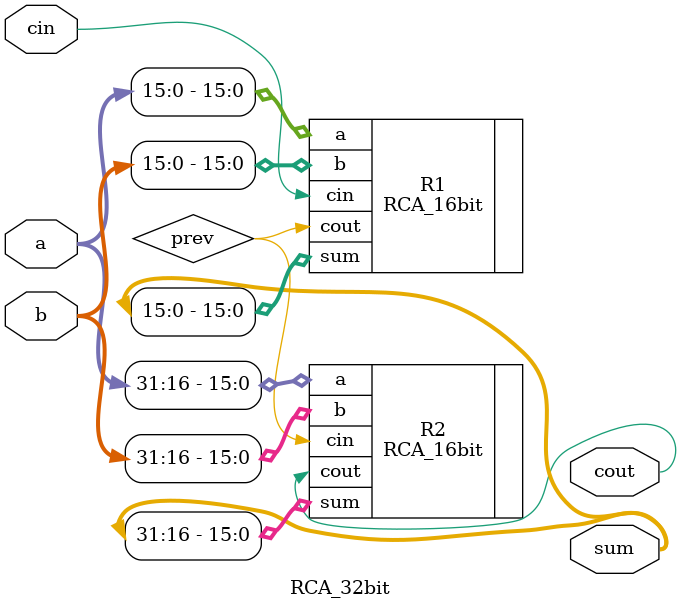
<source format=v>
`timescale 1ns / 1ps
module RCA_32bit(sum, cout, a, b, cin);
	 input [31:0] a, b;
	 input cin;
	 output cout;
	 output [31:0] sum;
	 wire prev;
	 
	 RCA_16bit R1(.sum(sum[15:0]), .cout(prev), .a(a[15:0]), .b(b[15:0]), .cin(cin));
	 RCA_16bit R2(.sum(sum[31:16]), .cout(cout), .a(a[31:16]), .b(b[31:16]), .cin(prev));

endmodule

</source>
